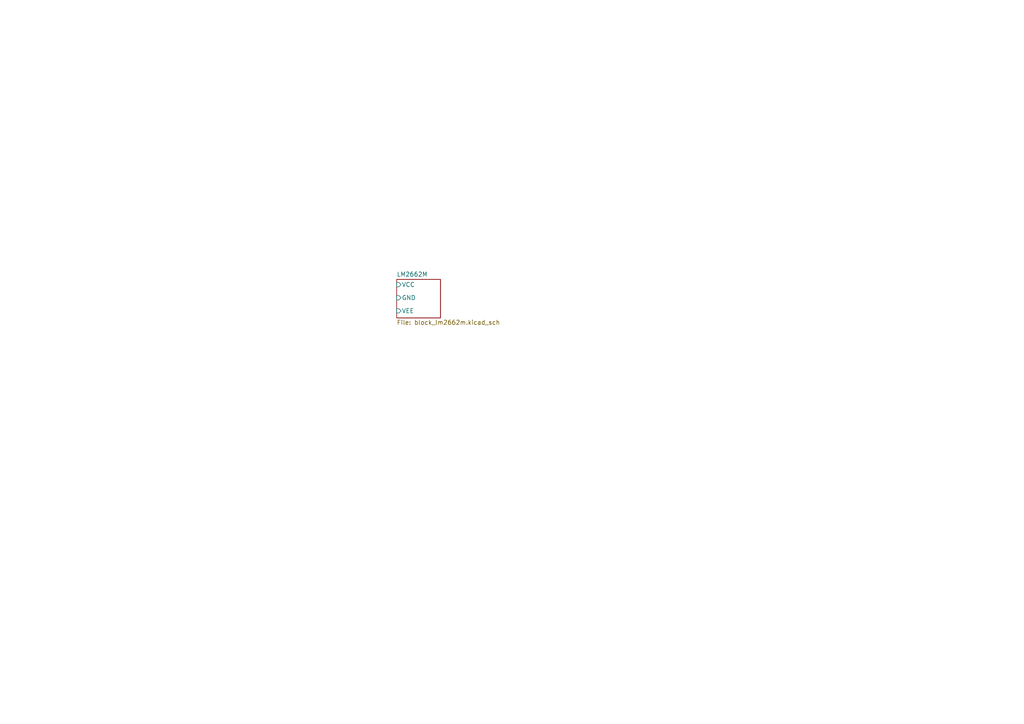
<source format=kicad_sch>
(kicad_sch
	(version 20250114)
	(generator "eeschema")
	(generator_version "9.0")
	(uuid "59682402-3289-4d8c-8fe2-f240604f762b")
	(paper "A4")
	(lib_symbols)
	(sheet
		(at 115.062 81.026)
		(size 12.7 11.176)
		(exclude_from_sim no)
		(in_bom yes)
		(on_board yes)
		(dnp no)
		(fields_autoplaced yes)
		(stroke
			(width 0.1524)
			(type solid)
		)
		(fill
			(color 0 0 0 0.0000)
		)
		(uuid "0fdd4d16-89d5-4743-9b07-59c363053658")
		(property "Sheetname" "LM2662M"
			(at 115.062 80.3144 0)
			(effects
				(font
					(size 1.27 1.27)
				)
				(justify left bottom)
			)
		)
		(property "Sheetfile" "block_lm2662m.kicad_sch"
			(at 115.062 92.7866 0)
			(effects
				(font
					(size 1.27 1.27)
				)
				(justify left top)
			)
		)
		(pin "GND" input
			(at 115.062 86.36 180)
			(uuid "cfc4f3b9-d4ee-476b-a884-5a485098a97b")
			(effects
				(font
					(size 1.27 1.27)
				)
				(justify left)
			)
		)
		(pin "VCC" input
			(at 115.062 82.55 180)
			(uuid "9c136dc2-c641-49b4-affe-772ac6ffb4e2")
			(effects
				(font
					(size 1.27 1.27)
				)
				(justify left)
			)
		)
		(pin "VEE" input
			(at 115.062 90.17 180)
			(uuid "f7ef6991-947e-4929-8d57-3386516236ec")
			(effects
				(font
					(size 1.27 1.27)
				)
				(justify left)
			)
		)
		(instances
			(project "lm2662m"
				(path "/59682402-3289-4d8c-8fe2-f240604f762b"
					(page "2")
				)
			)
		)
	)
	(sheet_instances
		(path "/"
			(page "1")
		)
	)
	(embedded_fonts no)
)

</source>
